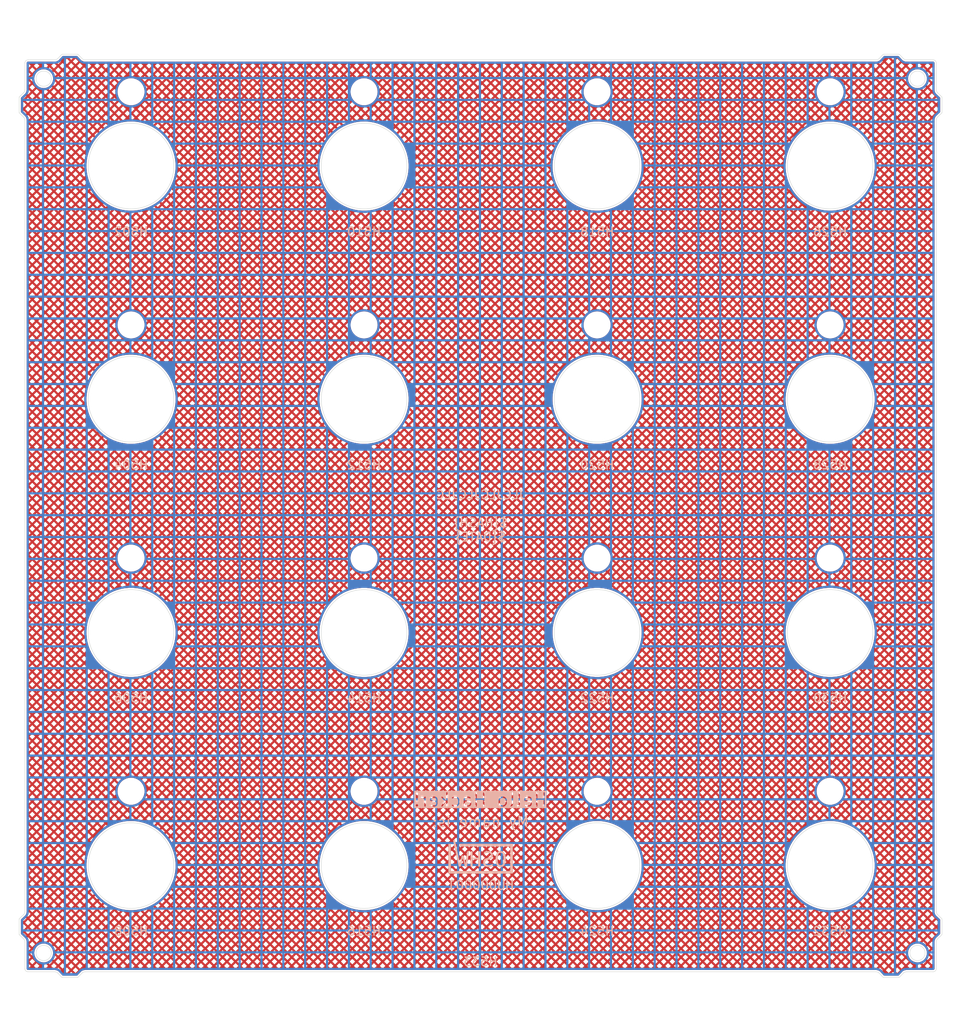
<source format=kicad_pcb>
(kicad_pcb (version 20241229) (generator "pcbnew") (generator_version "9.0")
  (layers (0 "F.Cu" signal) (2 "B.Cu" signal) (13 "F.Paste" user) (15 "B.Paste" user) (5 "F.SilkS" user "F.Silkscreen") (7 "B.SilkS" user "B.Silkscreen") (1 "F.Mask" user) (3 "B.Mask" user) (25 "Edge.Cuts" user))
  (net 0 "")
  (net 1 "GND")
  (footprint "suku_basics:FP_POTENTIOMETER" (layer "F.Cu") (at 113.335 140.005)
    (property "Reference" "H524" (at 0 7.5 0) (layer "B.SilkS") (effects (justify mirror)))
    (property "Value" "Potentiometer")
    (pad "" np_thru_hole circle (at 0 0 90) (size 1.5 1.5) (drill 9.8) (layers "*.Cu" "*.Mask"))
  )
  (footprint "suku_basics:FP_POTENTIOMETER" (layer "F.Cu") (at 59.995 86.665)
    (property "Reference" "H504" (at 0 7.5 0) (layer "B.SilkS") (effects (justify mirror)))
    (property "Value" "Potentiometer")
    (pad "" np_thru_hole circle (at 0 0 90) (size 1.5 1.5) (drill 9.8) (layers "*.Cu" "*.Mask"))
  )
  (footprint "suku_basics:FP_POTENTIOMETER" (layer "F.Cu") (at 140.005 113.335)
    (property "Reference" "H530" (at 0 7.5 0) (layer "B.SilkS") (effects (justify mirror)))
    (property "Value" "Potentiometer")
    (pad "" np_thru_hole circle (at 0 0 90) (size 1.5 1.5) (drill 9.8) (layers "*.Cu" "*.Mask"))
  )
  (footprint "suku_basics:FP_POTENTIOMETER" (layer "F.Cu") (at 140.005 86.665)
    (property "Reference" "H528" (at 0 7.5 0) (layer "B.SilkS") (effects (justify mirror)))
    (property "Value" "Potentiometer")
    (pad "" np_thru_hole circle (at 0 0 90) (size 1.5 1.5) (drill 9.8) (layers "*.Cu" "*.Mask"))
  )
  (footprint "suku_basics:FP_POTENTIOMETER" (layer "F.Cu") (at 140.005 140.005)
    (property "Reference" "H532" (at 0 7.5 0) (layer "B.SilkS") (effects (justify mirror)))
    (property "Value" "Potentiometer")
    (pad "" np_thru_hole circle (at 0 0 90) (size 1.5 1.5) (drill 9.8) (layers "*.Cu" "*.Mask"))
  )
  (footprint "suku_basics:FP_POTENTIOMETER" (layer "F.Cu") (at 113.335 113.335)
    (property "Reference" "H522" (at 0 7.5 0) (layer "B.SilkS") (effects (justify mirror)))
    (property "Value" "Potentiometer")
    (pad "" np_thru_hole circle (at 0 0 90) (size 1.5 1.5) (drill 9.8) (layers "*.Cu" "*.Mask"))
  )
  (footprint "suku_basics:FP_POTENTIOMETER" (layer "F.Cu") (at 140.005 59.995)
    (property "Reference" "H526" (at 0 7.5 0) (layer "B.SilkS") (effects (justify mirror)))
    (property "Value" "Potentiometer")
    (pad "" np_thru_hole circle (at 0 0 90) (size 1.5 1.5) (drill 9.8) (layers "*.Cu" "*.Mask"))
  )
  (footprint "suku_basics:FP_POTENTIOMETER" (layer "F.Cu") (at 113.335 59.995)
    (property "Reference" "H518" (at 0 7.5 0) (layer "B.SilkS") (effects (justify mirror)))
    (property "Value" "Potentiometer")
    (pad "" np_thru_hole circle (at 0 0 90) (size 1.5 1.5) (drill 9.8) (layers "*.Cu" "*.Mask"))
  )
  (footprint "suku_basics:FP_POTENTIOMETER" (layer "F.Cu") (at 86.665 59.995)
    (property "Reference" "H510" (at 0 7.5 0) (layer "B.SilkS") (effects (justify mirror)))
    (property "Value" "Potentiometer")
    (pad "" np_thru_hole circle (at 0 0 90) (size 1.5 1.5) (drill 9.8) (layers "*.Cu" "*.Mask"))
  )
  (footprint "suku_basics:FP_POTENTIOMETER" (layer "F.Cu") (at 86.665 140.005)
    (property "Reference" "H516" (at 0 7.5 0) (layer "B.SilkS") (effects (justify mirror)))
    (property "Value" "Potentiometer")
    (pad "" np_thru_hole circle (at 0 0 90) (size 1.5 1.5) (drill 9.8) (layers "*.Cu" "*.Mask"))
  )
  (footprint "suku_basics:FP_POTENTIOMETER" (layer "F.Cu") (at 113.335 86.665)
    (property "Reference" "H520" (at 0 7.5 0) (layer "B.SilkS") (effects (justify mirror)))
    (property "Value" "Potentiometer")
    (pad "" np_thru_hole circle (at 0 0 90) (size 1.5 1.5) (drill 9.8) (layers "*.Cu" "*.Mask"))
  )
  (footprint "suku_basics:FP_POTENTIOMETER" (layer "F.Cu") (at 59.995 59.995)
    (property "Reference" "H502" (at 0 7.5 0) (layer "B.SilkS") (effects (justify mirror)))
    (property "Value" "Potentiometer")
    (pad "" np_thru_hole circle (at 0 0 90) (size 1.5 1.5) (drill 9.8) (layers "*.Cu" "*.Mask"))
  )
  (footprint "suku_basics:FP_POTENTIOMETER" (layer "F.Cu") (at 86.665 113.335)
    (property "Reference" "H514" (at 0 7.5 0) (layer "B.SilkS") (effects (justify mirror)))
    (property "Value" "Potentiometer")
    (pad "" np_thru_hole circle (at 0 0 90) (size 1.5 1.5) (drill 9.8) (layers "*.Cu" "*.Mask"))
  )
  (footprint "suku_basics:FP_POTENTIOMETER" (layer "F.Cu") (at 59.995 140.005)
    (property "Reference" "H508" (at 0 7.5 0) (layer "B.SilkS") (effects (justify mirror)))
    (property "Value" "Potentiometer")
    (pad "" np_thru_hole circle (at 0 0 90) (size 1.5 1.5) (drill 9.8) (layers "*.Cu" "*.Mask"))
  )
  (footprint "suku_basics:FP_POTENTIOMETER" (layer "F.Cu") (at 86.665 86.665)
    (property "Reference" "H512" (at 0 7.5 0) (layer "B.SilkS") (effects (justify mirror)))
    (property "Value" "Potentiometer")
    (pad "" np_thru_hole circle (at 0 0 90) (size 1.5 1.5) (drill 9.8) (layers "*.Cu" "*.Mask"))
  )
  (footprint "suku_basics:FP_POTENTIOMETER" (layer "F.Cu") (at 59.995 113.335)
    (property "Reference" "H506" (at 0 7.5 0) (layer "B.SilkS") (effects (justify mirror)))
    (property "Value" "Potentiometer")
    (pad "" np_thru_hole circle (at 0 0 90) (size 1.5 1.5) (drill 9.8) (layers "*.Cu" "*.Mask"))
  )
  (footprint "suku_basics:FP_OUTLINE_2" (layer "F.Cu") (at 100 100)
    (property "Reference" "H533" (at 0 51 0) (layer "B.SilkS") (effects (justify mirror)))
    (property "Value" "Outline")
    (fp_line (start -52.799999 -46.100001) (end -52.799999 -47.899999) (stroke (width 0.05)) (layer "Edge.Cuts"))
    (fp_line (start -52.799999 46.100001) (end -52.799999 47.899999) (stroke (width 0.05)) (layer "Edge.Cuts"))
    (fp_line (start -52.626954 -48.077382) (end -52.265506 -48.421458) (stroke (width 0.05)) (layer "Edge.Cuts"))
    (fp_line (start -52.626954 -45.922618) (end -52.265506 -45.578542) (stroke (width 0.05)) (layer "Edge.Cuts"))
    (fp_line (start -52.626954 45.922618) (end -52.265506 45.578542) (stroke (width 0.05)) (layer "Edge.Cuts"))
    (fp_line (start -52.626954 48.077382) (end -52.265506 48.421458) (stroke (width 0.05)) (layer "Edge.Cuts"))
    (fp_line (start -52.15 -48.75) (end -52.15 -51.8) (stroke (width 0.05)) (layer "Edge.Cuts"))
    (fp_line (start -52.15 45.25) (end -52.15 -45.25) (stroke (width 0.05)) (layer "Edge.Cuts"))
    (fp_line (start -52.15 48.75) (end -52.15 51.8) (stroke (width 0.05)) (layer "Edge.Cuts"))
    (fp_line (start -48.75 -52.15) (end -51.8 -52.15) (stroke (width 0.05)) (layer "Edge.Cuts"))
    (fp_line (start -48.75 52.15) (end -51.8 52.15) (stroke (width 0.05)) (layer "Edge.Cuts"))
    (fp_line (start -48.077382 -52.626954) (end -48.421458 -52.265506) (stroke (width 0.05)) (layer "Edge.Cuts"))
    (fp_line (start -48.077382 52.626954) (end -48.421458 52.265506) (stroke (width 0.05)) (layer "Edge.Cuts"))
    (fp_line (start -46.100001 -52.799999) (end -47.899999 -52.799999) (stroke (width 0.05)) (layer "Edge.Cuts"))
    (fp_line (start -46.100001 52.799999) (end -47.899999 52.799999) (stroke (width 0.05)) (layer "Edge.Cuts"))
    (fp_line (start -45.922618 -52.626954) (end -45.578542 -52.265506) (stroke (width 0.05)) (layer "Edge.Cuts"))
    (fp_line (start -45.922618 52.626954) (end -45.578542 52.265506) (stroke (width 0.05)) (layer "Edge.Cuts"))
    (fp_line (start -45.25 -52.15) (end 45.25 -52.15) (stroke (width 0.05)) (layer "Edge.Cuts"))
    (fp_line (start 45.25 52.15) (end -45.25 52.15) (stroke (width 0.05)) (layer "Edge.Cuts"))
    (fp_line (start 45.922618 -52.626954) (end 45.578542 -52.265506) (stroke (width 0.05)) (layer "Edge.Cuts"))
    (fp_line (start 45.922618 52.626955) (end 45.578542 52.265507) (stroke (width 0.05)) (layer "Edge.Cuts"))
    (fp_line (start 46.100001 -52.799999) (end 47.899999 -52.799999) (stroke (width 0.05)) (layer "Edge.Cuts"))
    (fp_line (start 46.100001 52.799999) (end 47.899999 52.799999) (stroke (width 0.05)) (layer "Edge.Cuts"))
    (fp_line (start 48.077377 52.626959) (end 48.421453 52.265511) (stroke (width 0.05)) (layer "Edge.Cuts"))
    (fp_line (start 48.077384 -52.626954) (end 48.42146 -52.265506) (stroke (width 0.05)) (layer "Edge.Cuts"))
    (fp_line (start 48.75 -52.15) (end 51.8 -52.15) (stroke (width 0.05)) (layer "Edge.Cuts"))
    (fp_line (start 48.75 52.15) (end 51.8 52.15) (stroke (width 0.05)) (layer "Edge.Cuts"))
    (fp_line (start 52.15 -48.75) (end 52.15 -51.8) (stroke (width 0.05)) (layer "Edge.Cuts"))
    (fp_line (start 52.15 -45.25) (end 52.15 45.25) (stroke (width 0.05)) (layer "Edge.Cuts"))
    (fp_line (start 52.15 48.75) (end 52.15 51.8) (stroke (width 0.05)) (layer "Edge.Cuts"))
    (fp_line (start 52.626954 -48.077385) (end 52.265506 -48.421461) (stroke (width 0.05)) (layer "Edge.Cuts"))
    (fp_line (start 52.626954 -45.922618) (end 52.265506 -45.578542) (stroke (width 0.05)) (layer "Edge.Cuts"))
    (fp_line (start 52.626954 45.922618) (end 52.265506 45.578542) (stroke (width 0.05)) (layer "Edge.Cuts"))
    (fp_line (start 52.626954 48.077383) (end 52.265506 48.421459) (stroke (width 0.05)) (layer "Edge.Cuts"))
    (fp_line (start 52.799999 -46.100001) (end 52.799999 -47.899999) (stroke (width 0.05)) (layer "Edge.Cuts"))
    (fp_line (start 52.799999 46.100001) (end 52.799999 47.899999) (stroke (width 0.05)) (layer "Edge.Cuts"))
    (fp_line (start 52.799999 47.899999) (end 52.626954 48.077383) (stroke (width 0.05)) (layer "Edge.Cuts"))
    (fp_arc (start -52.799999 -47.899999) (mid -52.717353 -47.992466) (end -52.62696 -48.077377) (stroke (width 0.05)) (layer "Edge.Cuts"))
    (fp_arc (start -52.799999 46.100001) (mid -52.717353 46.007534) (end -52.62696 45.922623) (stroke (width 0.05)) (layer "Edge.Cuts"))
    (fp_arc (start -52.62696 -45.922623) (mid -52.717353 -46.007534) (end -52.799999 -46.100001) (stroke (width 0.05)) (layer "Edge.Cuts"))
    (fp_arc (start -52.62696 48.077377) (mid -52.717353 47.992466) (end -52.799999 47.899999) (stroke (width 0.05)) (layer "Edge.Cuts"))
    (fp_arc (start -52.265506 -45.578542) (mid -52.179718 -45.424127) (end -52.15 -45.25) (stroke (width 0.05)) (layer "Edge.Cuts"))
    (fp_arc (start -52.265506 48.421458) (mid -52.179718 48.575873) (end -52.15 48.75) (stroke (width 0.05)) (layer "Edge.Cuts"))
    (fp_arc (start -52.15 -51.8) (mid -52.047488 -52.047488) (end -51.8 -52.15) (stroke (width 0.05)) (layer "Edge.Cuts"))
    (fp_arc (start -52.15 -48.75) (mid -52.179717 -48.575872) (end -52.265506 -48.421458) (stroke (width 0.05)) (layer "Edge.Cuts"))
    (fp_arc (start -52.15 45.25) (mid -52.179717 45.424128) (end -52.265506 45.578542) (stroke (width 0.05)) (layer "Edge.Cuts"))
    (fp_arc (start -51.8 52.15) (mid -52.047488 52.047488) (end -52.15 51.8) (stroke (width 0.05)) (layer "Edge.Cuts"))
    (fp_arc (start -48.75 52.15) (mid -48.575872 52.179717) (end -48.421458 52.265506) (stroke (width 0.05)) (layer "Edge.Cuts"))
    (fp_arc (start -48.421458 -52.265506) (mid -48.575873 -52.179718) (end -48.75 -52.15) (stroke (width 0.05)) (layer "Edge.Cuts"))
    (fp_arc (start -48.077377 -52.62696) (mid -47.992466 -52.717353) (end -47.899999 -52.799999) (stroke (width 0.05)) (layer "Edge.Cuts"))
    (fp_arc (start -47.899999 52.799999) (mid -47.992466 52.717353) (end -48.077377 52.62696) (stroke (width 0.05)) (layer "Edge.Cuts"))
    (fp_arc (start -46.100001 -52.799999) (mid -46.007534 -52.717353) (end -45.922623 -52.62696) (stroke (width 0.05)) (layer "Edge.Cuts"))
    (fp_arc (start -45.922623 52.62696) (mid -46.007534 52.717353) (end -46.100001 52.799999) (stroke (width 0.05)) (layer "Edge.Cuts"))
    (fp_arc (start -45.578542 52.265506) (mid -45.424127 52.179718) (end -45.25 52.15) (stroke (width 0.05)) (layer "Edge.Cuts"))
    (fp_arc (start -45.25 -52.15) (mid -45.424128 -52.179717) (end -45.578542 -52.265506) (stroke (width 0.05)) (layer "Edge.Cuts"))
    (fp_arc (start 45.25 52.15) (mid 45.424127 52.179718) (end 45.578542 52.265506) (stroke (width 0.05)) (layer "Edge.Cuts"))
    (fp_arc (start 45.578542 -52.265506) (mid 45.424128 -52.179717) (end 45.25 -52.15) (stroke (width 0.05)) (layer "Edge.Cuts"))
    (fp_arc (start 45.922623 -52.62696) (mid 46.007534 -52.717353) (end 46.100001 -52.799999) (stroke (width 0.05)) (layer "Edge.Cuts"))
    (fp_arc (start 46.099996 52.799994) (mid 46.007529 52.717348) (end 45.922618 52.626955) (stroke (width 0.05)) (layer "Edge.Cuts"))
    (fp_arc (start 47.900001 -52.799999) (mid 47.992468 -52.717353) (end 48.077379 -52.62696) (stroke (width 0.05)) (layer "Edge.Cuts"))
    (fp_arc (start 48.077377 52.62696) (mid 47.992466 52.717353) (end 47.899999 52.799999) (stroke (width 0.05)) (layer "Edge.Cuts"))
    (fp_arc (start 48.421458 52.265507) (mid 48.575872 52.179718) (end 48.75 52.150001) (stroke (width 0.05)) (layer "Edge.Cuts"))
    (fp_arc (start 48.750002 -52.15) (mid 48.575874 -52.179717) (end 48.42146 -52.265506) (stroke (width 0.05)) (layer "Edge.Cuts"))
    (fp_arc (start 51.8 -52.15) (mid 52.047487 -52.047487) (end 52.15 -51.8) (stroke (width 0.05)) (layer "Edge.Cuts"))
    (fp_arc (start 52.15 -45.25) (mid 52.179717 -45.424128) (end 52.265506 -45.578542) (stroke (width 0.05)) (layer "Edge.Cuts"))
    (fp_arc (start 52.15 48.75) (mid 52.179718 48.575873) (end 52.265506 48.421458) (stroke (width 0.05)) (layer "Edge.Cuts"))
    (fp_arc (start 52.15 51.8) (mid 52.047487 52.047487) (end 51.8 52.15) (stroke (width 0.05)) (layer "Edge.Cuts"))
    (fp_arc (start 52.265506 -48.421461) (mid 52.179717 -48.575875) (end 52.15 -48.750003) (stroke (width 0.05)) (layer "Edge.Cuts"))
    (fp_arc (start 52.265506 45.578542) (mid 52.179717 45.424128) (end 52.15 45.25) (stroke (width 0.05)) (layer "Edge.Cuts"))
    (fp_arc (start 52.62696 -48.07738) (mid 52.717353 -47.992469) (end 52.799999 -47.900002) (stroke (width 0.05)) (layer "Edge.Cuts"))
    (fp_arc (start 52.62696 45.922623) (mid 52.717353 46.007534) (end 52.799999 46.100001) (stroke (width 0.05)) (layer "Edge.Cuts"))
    (fp_arc (start 52.799999 -46.100001) (mid 52.717353 -46.007534) (end 52.62696 -45.922623) (stroke (width 0.05)) (layer "Edge.Cuts"))
    (fp_circle (center -50 -50) (end -49.125 -50) (stroke (width 0.05)) (fill no) (layer "Edge.Cuts"))
    (fp_circle (center -50 50) (end -49.125 50) (stroke (width 0.05)) (fill no) (layer "Edge.Cuts"))
    (fp_circle (center 50 -50) (end 50.875 -50) (stroke (width 0.05)) (fill no) (layer "Edge.Cuts"))
    (fp_circle (center 50 50) (end 50.875 50) (stroke (width 0.05)) (fill no) (layer "Edge.Cuts"))
  )
  (footprint "suku_basics:OSHWA" (layer "B.Cu") (at 100 140 180)
    (property "Reference" "H534" (hide yes))
    (property "Value" "Outline" (hide yes))
  )
  (gr_circle (center 86.665 86.665) (end 91.565 86.665) (stroke (width 0.05)) (fill no) (layer "Edge.Cuts"))
  (gr_circle (center 59.995 59.995) (end 64.895 59.995) (stroke (width 0.05)) (fill no) (layer "Edge.Cuts"))
  (gr_circle (center 86.665 113.335) (end 91.565 113.335) (stroke (width 0.05)) (fill no) (layer "Edge.Cuts"))
  (gr_circle (center 59.995 86.665) (end 64.895 86.665) (stroke (width 0.05)) (fill no) (layer "Edge.Cuts"))
  (gr_circle (center 140.005 140.005) (end 144.905 140.005) (stroke (width 0.05)) (fill no) (layer "Edge.Cuts"))
  (gr_circle (center 113.335 59.995) (end 118.235 59.995) (stroke (width 0.05)) (fill no) (layer "Edge.Cuts"))
  (gr_circle (center 113.335 86.665) (end 118.235 86.665) (stroke (width 0.05)) (fill no) (layer "Edge.Cuts"))
  (gr_circle (center 59.995 113.335) (end 64.895 113.335) (stroke (width 0.05)) (fill no) (layer "Edge.Cuts"))
  (gr_circle (center 113.335 113.335) (end 118.235 113.335) (stroke (width 0.05)) (fill no) (layer "Edge.Cuts"))
  (gr_circle (center 113.335 140.005) (end 118.235 140.005) (stroke (width 0.05)) (fill no) (layer "Edge.Cuts"))
  (gr_circle (center 140.005 59.995) (end 144.905 59.995) (stroke (width 0.05)) (fill no) (layer "Edge.Cuts"))
  (gr_circle (center 86.665 59.995) (end 91.565 59.995) (stroke (width 0.05)) (fill no) (layer "Edge.Cuts"))
  (gr_circle (center 140.005 86.665) (end 144.905 86.665) (stroke (width 0.05)) (fill no) (layer "Edge.Cuts"))
  (gr_circle (center 140.005 113.335) (end 144.905 113.335) (stroke (width 0.05)) (fill no) (layer "Edge.Cuts"))
  (gr_circle (center 59.995 140.005) (end 64.895 140.005) (stroke (width 0.05)) (fill no) (layer "Edge.Cuts"))
  (gr_circle (center 86.665 140.005) (end 91.565 140.005) (stroke (width 0.05)) (fill no) (layer "Edge.Cuts"))
  (gr_text "My name is:" (at 100 135 0) (layer "B.SilkS") (effects (font (size 1.2 1.2)) (justify mirror)))
  (gr_text "JLCJLCJLCJLC\n${PROJECTNAME}\n${HASH}\n${DATE}" (at 100 100 0) (layer "B.SilkS") (effects (font (size 1 1)) (justify mirror)))
  (gr_text "Hello Hacker!" (at 100 132.5 0) (layer "B.SilkS" knockout) (effects (font (size 1.5 1.5)) (justify mirror)))
  (zone (net 1) (net_name "GND") (layer "F.Cu") (connect_pads yes (clearance 0.254)) (min_thickness 0.1524) (fill yes (mode hatch) (thermal_gap 0.508) (thermal_bridge_width 0.254) (island_removal_mode 1) (island_area_min 10) (hatch_thickness 0.25) (hatch_gap 0.45) (hatch_orientation 45) (hatch_border_algorithm hatch_thickness) (hatch_min_hole_area 0.3))
    (polygon (pts (xy 45 45) (xy 46 41) (xy 48 41) (xy 49 45) (xy 155 45) (xy 155 155) (xy 45 155)))
  )
  (zone (net 0) (net_name "") (layers "F.Cu" "F.Mask" "B.Cu" "B.Mask" "F.SilkS" "B.SilkS" "F.Adhes" "B.Adhes" "F.Paste" "B.Paste") (connect_pads (clearance 0)) (min_thickness 0.25)
    (keepout (tracks not_allowed) (vias not_allowed) (pads not_allowed) (copperpour not_allowed) (footprints allowed))
    (fill (thermal_gap 0.5) (thermal_bridge_width 0.5))
    (polygon (pts (arc (start 85.215 51.495) (mid 88.115 51.495) (end 85.215 51.495))))
  )
  (zone (net 0) (net_name "") (layers "F.Cu" "F.Mask" "B.Cu" "B.Mask" "F.SilkS" "B.SilkS" "F.Adhes" "B.Adhes" "F.Paste" "B.Paste") (connect_pads (clearance 0)) (min_thickness 0.25)
    (keepout (tracks not_allowed) (vias not_allowed) (pads not_allowed) (copperpour not_allowed) (footprints allowed))
    (fill (thermal_gap 0.5) (thermal_bridge_width 0.5))
    (polygon (pts (arc (start 58.545 131.505) (mid 61.445 131.505) (end 58.545 131.505))))
  )
  (zone (net 0) (net_name "") (layers "F.Cu" "F.Mask" "B.Cu" "B.Mask" "F.SilkS" "B.SilkS" "F.Adhes" "B.Adhes" "F.Paste" "B.Paste") (connect_pads (clearance 0)) (min_thickness 0.25)
    (keepout (tracks not_allowed) (vias not_allowed) (pads not_allowed) (copperpour not_allowed) (footprints allowed))
    (fill (thermal_gap 0.5) (thermal_bridge_width 0.5))
    (polygon (pts (arc (start 58.545 104.835) (mid 61.445 104.835) (end 58.545 104.835))))
  )
  (zone (net 0) (net_name "") (layers "F.Cu" "F.Mask" "B.Cu" "B.Mask" "F.SilkS" "B.SilkS" "F.Adhes" "B.Adhes" "F.Paste" "B.Paste") (connect_pads (clearance 0)) (min_thickness 0.25)
    (keepout (tracks not_allowed) (vias not_allowed) (pads not_allowed) (copperpour not_allowed) (footprints allowed))
    (fill (thermal_gap 0.5) (thermal_bridge_width 0.5))
    (polygon (pts (arc (start 138.555 51.495) (mid 141.455 51.495) (end 138.555 51.495))))
  )
  (zone (net 0) (net_name "") (layers "F.Cu" "F.Mask" "B.Cu" "B.Mask" "F.SilkS" "B.SilkS" "F.Adhes" "B.Adhes" "F.Paste" "B.Paste") (connect_pads (clearance 0)) (min_thickness 0.25)
    (keepout (tracks not_allowed) (vias not_allowed) (pads not_allowed) (copperpour not_allowed) (footprints allowed))
    (fill (thermal_gap 0.5) (thermal_bridge_width 0.5))
    (polygon (pts (arc (start 85.215 131.505) (mid 88.115 131.505) (end 85.215 131.505))))
  )
  (zone (net 0) (net_name "") (layers "F.Cu" "F.Mask" "B.Cu" "B.Mask" "F.SilkS" "B.SilkS" "F.Adhes" "B.Adhes" "F.Paste" "B.Paste") (connect_pads (clearance 0)) (min_thickness 0.25)
    (keepout (tracks not_allowed) (vias not_allowed) (pads not_allowed) (copperpour not_allowed) (footprints allowed))
    (fill (thermal_gap 0.5) (thermal_bridge_width 0.5))
    (polygon (pts (arc (start 58.545 78.165) (mid 61.445 78.165) (end 58.545 78.165))))
  )
  (zone (net 0) (net_name "") (layers "F.Cu" "F.Mask" "B.Cu" "B.Mask" "F.SilkS" "B.SilkS" "F.Adhes" "B.Adhes" "F.Paste" "B.Paste") (connect_pads (clearance 0)) (min_thickness 0.25)
    (keepout (tracks not_allowed) (vias not_allowed) (pads not_allowed) (copperpour not_allowed) (footprints allowed))
    (fill (thermal_gap 0.5) (thermal_bridge_width 0.5))
    (polygon (pts (arc (start 85.215 104.835) (mid 88.115 104.835) (end 85.215 104.835))))
  )
  (zone (net 0) (net_name "") (layers "F.Cu" "F.Mask" "B.Cu" "B.Mask" "F.SilkS" "B.SilkS" "F.Adhes" "B.Adhes" "F.Paste" "B.Paste") (connect_pads (clearance 0)) (min_thickness 0.25)
    (keepout (tracks not_allowed) (vias not_allowed) (pads not_allowed) (copperpour not_allowed) (footprints allowed))
    (fill (thermal_gap 0.5) (thermal_bridge_width 0.5))
    (polygon (pts (arc (start 111.885 131.505) (mid 114.785 131.505) (end 111.885 131.505))))
  )
  (zone (net 0) (net_name "") (layers "F.Cu" "F.Mask" "B.Cu" "B.Mask" "F.SilkS" "B.SilkS" "F.Adhes" "B.Adhes" "F.Paste" "B.Paste") (connect_pads (clearance 0)) (min_thickness 0.25)
    (keepout (tracks not_allowed) (vias not_allowed) (pads not_allowed) (copperpour not_allowed) (footprints allowed))
    (fill (thermal_gap 0.5) (thermal_bridge_width 0.5))
    (polygon (pts (arc (start 138.555 104.835) (mid 141.455 104.835) (end 138.555 104.835))))
  )
  (zone (net 0) (net_name "") (layers "F.Cu" "F.Mask" "B.Cu" "B.Mask" "F.SilkS" "B.SilkS" "F.Adhes" "B.Adhes" "F.Paste" "B.Paste") (connect_pads (clearance 0)) (min_thickness 0.25)
    (keepout (tracks not_allowed) (vias not_allowed) (pads not_allowed) (copperpour not_allowed) (footprints allowed))
    (fill (thermal_gap 0.5) (thermal_bridge_width 0.5))
    (polygon (pts (arc (start 138.555 78.165) (mid 141.455 78.165) (end 138.555 78.165))))
  )
  (zone (net 0) (net_name "") (layers "F.Cu" "F.Mask" "B.Cu" "B.Mask" "F.SilkS" "B.SilkS" "F.Adhes" "B.Adhes" "F.Paste" "B.Paste") (connect_pads (clearance 0)) (min_thickness 0.25)
    (keepout (tracks not_allowed) (vias not_allowed) (pads not_allowed) (copperpour not_allowed) (footprints allowed))
    (fill (thermal_gap 0.5) (thermal_bridge_width 0.5))
    (polygon (pts (arc (start 111.885 78.165) (mid 114.785 78.165) (end 111.885 78.165))))
  )
  (zone (net 0) (net_name "") (layers "F.Cu" "F.Mask" "B.Cu" "B.Mask" "F.SilkS" "B.SilkS" "F.Adhes" "B.Adhes" "F.Paste" "B.Paste") (connect_pads (clearance 0)) (min_thickness 0.25)
    (keepout (tracks not_allowed) (vias not_allowed) (pads not_allowed) (copperpour not_allowed) (footprints allowed))
    (fill (thermal_gap 0.5) (thermal_bridge_width 0.5))
    (polygon (pts (arc (start 138.555 131.505) (mid 141.455 131.505) (end 138.555 131.505))))
  )
  (zone (net 0) (net_name "") (layers "F.Cu" "F.Mask" "B.Cu" "B.Mask" "F.SilkS" "B.SilkS" "F.Adhes" "B.Adhes" "F.Paste" "B.Paste") (connect_pads (clearance 0)) (min_thickness 0.25)
    (keepout (tracks not_allowed) (vias not_allowed) (pads not_allowed) (copperpour not_allowed) (footprints allowed))
    (fill (thermal_gap 0.5) (thermal_bridge_width 0.5))
    (polygon (pts (arc (start 111.885 51.495) (mid 114.785 51.495) (end 111.885 51.495))))
  )
  (zone (net 0) (net_name "") (layers "F.Cu" "F.Mask" "B.Cu" "B.Mask" "F.SilkS" "B.SilkS" "F.Adhes" "B.Adhes" "F.Paste" "B.Paste") (connect_pads (clearance 0)) (min_thickness 0.25)
    (keepout (tracks not_allowed) (vias not_allowed) (pads not_allowed) (copperpour not_allowed) (footprints allowed))
    (fill (thermal_gap 0.5) (thermal_bridge_width 0.5))
    (polygon (pts (arc (start 111.885 104.835) (mid 114.785 104.835) (end 111.885 104.835))))
  )
  (zone (net 0) (net_name "") (layers "F.Cu" "F.Mask" "B.Cu" "B.Mask" "F.SilkS" "B.SilkS" "F.Adhes" "B.Adhes" "F.Paste" "B.Paste") (connect_pads (clearance 0)) (min_thickness 0.25)
    (keepout (tracks not_allowed) (vias not_allowed) (pads not_allowed) (copperpour not_allowed) (footprints allowed))
    (fill (thermal_gap 0.5) (thermal_bridge_width 0.5))
    (polygon (pts (arc (start 85.215 78.165) (mid 88.115 78.165) (end 85.215 78.165))))
  )
  (zone (net 0) (net_name "") (layers "F.Cu" "B.Cu" "F.SilkS" "B.SilkS" "F.Adhes" "B.Adhes" "F.Paste" "B.Paste") (connect_pads (clearance 0)) (min_thickness 0.25)
    (keepout (tracks not_allowed) (vias not_allowed) (pads not_allowed) (copperpour not_allowed) (footprints allowed))
    (fill (thermal_gap 0.5) (thermal_bridge_width 0.5))
    (polygon (pts (arc (start 111.785 51.495) (mid 114.885 51.495) (end 111.785 51.495))))
  )
  (zone (net 0) (net_name "") (layers "F.Cu" "B.Cu" "F.SilkS" "B.SilkS" "F.Adhes" "B.Adhes" "F.Paste" "B.Paste") (connect_pads (clearance 0)) (min_thickness 0.25)
    (keepout (tracks not_allowed) (vias not_allowed) (pads not_allowed) (copperpour not_allowed) (footprints allowed))
    (fill (thermal_gap 0.5) (thermal_bridge_width 0.5))
    (polygon (pts (arc (start 138.455 131.505) (mid 141.555 131.505) (end 138.455 131.505))))
  )
  (zone (net 0) (net_name "") (layers "F.Cu" "B.Cu" "F.SilkS" "B.SilkS" "F.Adhes" "B.Adhes" "F.Paste" "B.Paste") (connect_pads (clearance 0)) (min_thickness 0.25)
    (keepout (tracks not_allowed) (vias not_allowed) (pads not_allowed) (copperpour not_allowed) (footprints allowed))
    (fill (thermal_gap 0.5) (thermal_bridge_width 0.5))
    (polygon (pts (arc (start 58.445 78.165) (mid 61.545 78.165) (end 58.445 78.165))))
  )
  (zone (net 0) (net_name "") (layers "F.Cu" "B.Cu" "F.SilkS" "B.SilkS" "F.Adhes" "B.Adhes" "F.Paste" "B.Paste") (connect_pads (clearance 0)) (min_thickness 0.25)
    (keepout (tracks not_allowed) (vias not_allowed) (pads not_allowed) (copperpour not_allowed) (footprints allowed))
    (fill (thermal_gap 0.5) (thermal_bridge_width 0.5))
    (polygon (pts (arc (start 85.115 131.505) (mid 88.215 131.505) (end 85.115 131.505))))
  )
  (zone (net 0) (net_name "") (layers "F.Cu" "B.Cu" "F.SilkS" "B.SilkS" "F.Adhes" "B.Adhes" "F.Paste" "B.Paste") (connect_pads (clearance 0)) (min_thickness 0.25)
    (keepout (tracks not_allowed) (vias not_allowed) (pads not_allowed) (copperpour not_allowed) (footprints allowed))
    (fill (thermal_gap 0.5) (thermal_bridge_width 0.5))
    (polygon (pts (arc (start 58.445 104.835) (mid 61.545 104.835) (end 58.445 104.835))))
  )
  (zone (net 0) (net_name "") (layers "F.Cu" "B.Cu" "F.SilkS" "B.SilkS" "F.Adhes" "B.Adhes" "F.Paste" "B.Paste") (connect_pads (clearance 0)) (min_thickness 0.25)
    (keepout (tracks not_allowed) (vias not_allowed) (pads not_allowed) (copperpour not_allowed) (footprints allowed))
    (fill (thermal_gap 0.5) (thermal_bridge_width 0.5))
    (polygon (pts (arc (start 138.455 78.165) (mid 141.555 78.165) (end 138.455 78.165))))
  )
  (zone (net 0) (net_name "") (layers "F.Cu" "B.Cu" "F.SilkS" "B.SilkS" "F.Adhes" "B.Adhes" "F.Paste" "B.Paste") (connect_pads (clearance 0)) (min_thickness 0.25)
    (keepout (tracks not_allowed) (vias not_allowed) (pads not_allowed) (copperpour not_allowed) (footprints allowed))
    (fill (thermal_gap 0.5) (thermal_bridge_width 0.5))
    (polygon (pts (arc (start 111.785 131.505) (mid 114.885 131.505) (end 111.785 131.505))))
  )
  (zone (net 0) (net_name "") (layers "F.Cu" "B.Cu" "F.SilkS" "B.SilkS" "F.Adhes" "B.Adhes" "F.Paste" "B.Paste") (connect_pads (clearance 0)) (min_thickness 0.25)
    (keepout (tracks not_allowed) (vias not_allowed) (pads not_allowed) (copperpour not_allowed) (footprints allowed))
    (fill (thermal_gap 0.5) (thermal_bridge_width 0.5))
    (polygon (pts (arc (start 138.455 51.495) (mid 141.555 51.495) (end 138.455 51.495))))
  )
  (zone (net 0) (net_name "") (layers "F.Cu" "B.Cu" "F.SilkS" "B.SilkS" "F.Adhes" "B.Adhes" "F.Paste" "B.Paste") (connect_pads (clearance 0)) (min_thickness 0.25)
    (keepout (tracks not_allowed) (vias not_allowed) (pads not_allowed) (copperpour not_allowed) (footprints allowed))
    (fill (thermal_gap 0.5) (thermal_bridge_width 0.5))
    (polygon (pts (arc (start 85.115 78.165) (mid 88.215 78.165) (end 85.115 78.165))))
  )
  (zone (net 0) (net_name "") (layers "F.Cu" "B.Cu" "F.SilkS" "B.SilkS" "F.Adhes" "B.Adhes" "F.Paste" "B.Paste") (connect_pads (clearance 0)) (min_thickness 0.25)
    (keepout (tracks not_allowed) (vias not_allowed) (pads not_allowed) (copperpour not_allowed) (footprints allowed))
    (fill (thermal_gap 0.5) (thermal_bridge_width 0.5))
    (polygon (pts (arc (start 111.785 104.835) (mid 114.885 104.835) (end 111.785 104.835))))
  )
  (zone (net 0) (net_name "") (layers "F.Cu" "B.Cu" "F.SilkS" "B.SilkS" "F.Adhes" "B.Adhes" "F.Paste" "B.Paste") (connect_pads (clearance 0)) (min_thickness 0.25)
    (keepout (tracks not_allowed) (vias not_allowed) (pads not_allowed) (copperpour not_allowed) (footprints allowed))
    (fill (thermal_gap 0.5) (thermal_bridge_width 0.5))
    (polygon (pts (arc (start 138.455 104.835) (mid 141.555 104.835) (end 138.455 104.835))))
  )
  (zone (net 0) (net_name "") (layers "F.Cu" "B.Cu" "F.SilkS" "B.SilkS" "F.Adhes" "B.Adhes" "F.Paste" "B.Paste") (connect_pads (clearance 0)) (min_thickness 0.25)
    (keepout (tracks not_allowed) (vias not_allowed) (pads not_allowed) (copperpour not_allowed) (footprints allowed))
    (fill (thermal_gap 0.5) (thermal_bridge_width 0.5))
    (polygon (pts (arc (start 85.115 104.835) (mid 88.215 104.835) (end 85.115 104.835))))
  )
  (zone (net 0) (net_name "") (layers "F.Cu" "B.Cu" "F.SilkS" "B.SilkS" "F.Adhes" "B.Adhes" "F.Paste" "B.Paste") (connect_pads (clearance 0)) (min_thickness 0.25)
    (keepout (tracks not_allowed) (vias not_allowed) (pads not_allowed) (copperpour not_allowed) (footprints allowed))
    (fill (thermal_gap 0.5) (thermal_bridge_width 0.5))
    (polygon (pts (arc (start 58.445 51.495) (mid 61.545 51.495) (end 58.445 51.495))))
  )
  (zone (net 0) (net_name "") (layers "F.Cu" "B.Cu" "F.SilkS" "B.SilkS" "F.Adhes" "B.Adhes" "F.Paste" "B.Paste") (connect_pads (clearance 0)) (min_thickness 0.25)
    (keepout (tracks not_allowed) (vias not_allowed) (pads not_allowed) (copperpour not_allowed) (footprints allowed))
    (fill (thermal_gap 0.5) (thermal_bridge_width 0.5))
    (polygon (pts (arc (start 111.785 78.165) (mid 114.885 78.165) (end 111.785 78.165))))
  )
  (zone (net 0) (net_name "") (layers "F.Cu" "B.Cu" "F.SilkS" "B.SilkS" "F.Adhes" "B.Adhes" "F.Paste" "B.Paste") (connect_pads (clearance 0)) (min_thickness 0.25)
    (keepout (tracks not_allowed) (vias not_allowed) (pads not_allowed) (copperpour not_allowed) (footprints allowed))
    (fill (thermal_gap 0.5) (thermal_bridge_width 0.5))
    (polygon (pts (arc (start 58.445 131.505) (mid 61.545 131.505) (end 58.445 131.505))))
  )
  (zone (net 0) (net_name "") (layers "F.Cu" "B.Cu" "F.SilkS" "B.SilkS" "F.Adhes" "B.Adhes" "F.Paste" "B.Paste") (connect_pads (clearance 0)) (min_thickness 0.25)
    (keepout (tracks not_allowed) (vias not_allowed) (pads not_allowed) (copperpour not_allowed) (footprints allowed))
    (fill (thermal_gap 0.5) (thermal_bridge_width 0.5))
    (polygon (pts (arc (start 85.115 51.495) (mid 88.215 51.495) (end 85.115 51.495))))
  )
  (zone (net 1) (net_name "GND") (layer "B.Cu") (connect_pads yes (clearance 0.254)) (min_thickness 0.1524) (fill yes (mode hatch) (thermal_gap 0.508) (thermal_bridge_width 0.254) (island_removal_mode 1) (island_area_min 10) (hatch_thickness 0.25) (hatch_gap 2.25) (hatch_orientation 0) (hatch_border_algorithm hatch_thickness) (hatch_min_hole_area 0.3))
    (polygon (pts (xy 45 45) (xy 54 45) (xy 55 41) (xy 57 41) (xy 58 45) (xy 155 45) (xy 155 155) (xy 45 155)))
  )
)
</source>
